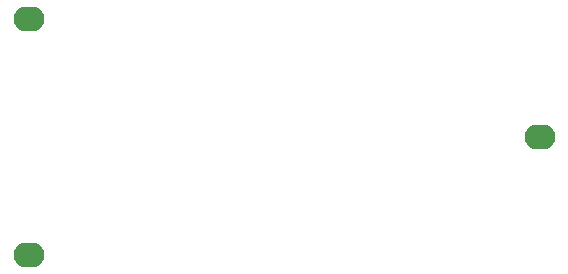
<source format=gbr>
%TF.GenerationSoftware,KiCad,Pcbnew,7.0.8*%
%TF.CreationDate,2024-03-12T18:38:59-04:00*%
%TF.ProjectId,ORgate,4f526761-7465-42e6-9b69-6361645f7063,rev?*%
%TF.SameCoordinates,Original*%
%TF.FileFunction,Soldermask,Bot*%
%TF.FilePolarity,Negative*%
%FSLAX46Y46*%
G04 Gerber Fmt 4.6, Leading zero omitted, Abs format (unit mm)*
G04 Created by KiCad (PCBNEW 7.0.8) date 2024-03-12 18:38:59*
%MOMM*%
%LPD*%
G01*
G04 APERTURE LIST*
%ADD10O,2.600000X2.100000*%
G04 APERTURE END LIST*
D10*
%TO.C,D2*%
X126250000Y-115000000D03*
%TD*%
%TO.C,D3*%
X169500000Y-105000000D03*
%TD*%
%TO.C,D1*%
X126250000Y-95000000D03*
%TD*%
M02*

</source>
